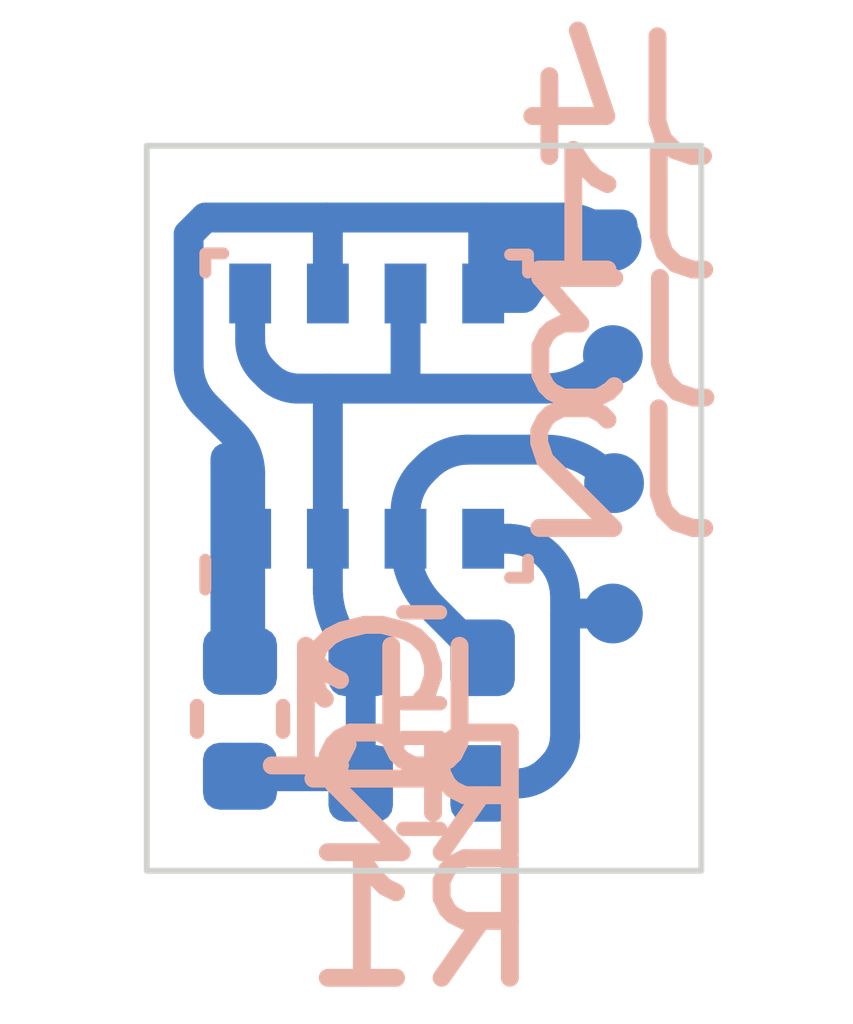
<source format=kicad_pcb>
(kicad_pcb (version 20211014) (generator pcbnew)
  (layers (0 "F.Cu" signal) (31 "B.Cu" signal) (34 "B.Paste" user) (35 "F.Paste" user) (36 "B.SilkS" user "B.Silkscreen") (37 "F.SilkS" user "F.Silkscreen") (38 "B.Mask" user) (39 "F.Mask" user) (44 "Edge.Cuts" user))
  (net 0 "")
  (net 1 "Gnd")
  (net 2 "Vcc")
  (net 3 "SCL")
  (net 4 "SDA")
  (footprint "Capacitor_SMD:C_0402_1005Metric" (layer "B.Cu") (at 34.1 44.4 90)
    (fp_text reference "C1" (at 0 1.16 90) (layer "B.SilkS") (effects (justify mirror)))
    (fp_text value "0.1uF")
    (fp_line (start -0.107836 -0.36) (end 0.107836 -0.36) (layer "B.SilkS") (width 0.12))
    (fp_line (start -0.107836 0.36) (end 0.107836 0.36) (layer "B.SilkS") (width 0.12))
    (pad "1" smd roundrect locked (at -0.48 0 90) (size 0.56 0.62) (layers "B.Cu" "B.Paste" "B.Mask") (net 2 "Vcc"))
    (pad "2" smd roundrect locked (at 0.48 0 90) (size 0.56 0.62) (layers "B.Cu" "B.Paste" "B.Mask") (net 1 "Gnd"))
  )
  (footprint "My-library:ConnMini" (layer "B.Cu") (at 37.22 41.36)
    (fp_text reference "J1" (at 0.05 -1.17) (layer "B.SilkS") (effects (justify mirror)))
    (fp_text value "Conn")
    (pad "1" smd circle locked (at 0 0) (size 0.5 0.5) (layers "B.Cu" "B.Paste" "B.Mask") (net 2 "Vcc"))
  )
  (footprint "My-library:ConnMini" (layer "B.Cu") (at 37.22 43.52)
    (fp_text reference "J2" (at 0.05 -1.17) (layer "B.SilkS") (effects (justify mirror)))
    (fp_text value "Conn")
    (pad "1" smd circle locked (at 0 0) (size 0.5 0.5) (layers "B.Cu" "B.Paste" "B.Mask") (net 3 "SCL"))
  )
  (footprint "My-library:ConnMini" (layer "B.Cu") (at 37.23 42.43)
    (fp_text reference "J3" (at 0.05 -1.17) (layer "B.SilkS") (effects (justify mirror)))
    (fp_text value "Conn")
    (pad "1" smd circle locked (at 0 0) (size 0.5 0.5) (layers "B.Cu" "B.Paste" "B.Mask") (net 4 "SDA"))
  )
  (footprint "My-library:ConnMini" (layer "B.Cu") (at 37.21 40.41)
    (fp_text reference "J4" (at 0.05 -1.17) (layer "B.SilkS") (effects (justify mirror)))
    (fp_text value "Conn")
    (pad "1" smd circle locked (at 0 0) (size 0.5 0.5) (layers "B.Cu" "B.Paste" "B.Mask") (net 1 "Gnd"))
  )
  (footprint "Resistor_SMD:R_0402_1005Metric" (layer "B.Cu") (at 35.62 44.94)
    (fp_text reference "R1" (at 0 1.17) (layer "B.SilkS") (effects (justify mirror)))
    (fp_text value "5.1k")
    (fp_line (start -0.153641 0.38) (end 0.153641 0.38) (layer "B.SilkS") (width 0.12))
    (fp_line (start -0.153641 -0.38) (end 0.153641 -0.38) (layer "B.SilkS") (width 0.12))
    (pad "1" smd roundrect locked (at -0.51 0) (size 0.54 0.64) (layers "B.Cu" "B.Paste" "B.Mask") (net 2 "Vcc"))
    (pad "2" smd roundrect locked (at 0.51 0) (size 0.54 0.64) (layers "B.Cu" "B.Paste" "B.Mask") (net 3 "SCL"))
  )
  (footprint "Resistor_SMD:R_0402_1005Metric" (layer "B.Cu") (at 35.62 43.89)
    (fp_text reference "R2" (at 0 1.17) (layer "B.SilkS") (effects (justify mirror)))
    (fp_text value "5.1k")
    (fp_line (start -0.153641 -0.38) (end 0.153641 -0.38) (layer "B.SilkS") (width 0.12))
    (fp_line (start -0.153641 0.38) (end 0.153641 0.38) (layer "B.SilkS") (width 0.12))
    (pad "1" smd roundrect locked (at -0.51 0) (size 0.54 0.64) (layers "B.Cu" "B.Paste" "B.Mask") (net 2 "Vcc"))
    (pad "2" smd roundrect locked (at 0.51 0) (size 0.54 0.64) (layers "B.Cu" "B.Paste" "B.Mask") (net 4 "SDA"))
  )
  (footprint "Package_LGA:Bosch_LGA-8_2.5x2.5mm_P0.65mm_ClockwisePinNumbering" (layer "B.Cu") (at 35.16 41.87)
    (fp_text reference "U1" (at 0.015 2.465) (layer "B.SilkS") (effects (justify mirror)))
    (fp_text value "BME280")
    (fp_line (start 1.35 -1.35) (end 1.2 -1.35) (layer "B.SilkS") (width 0.1))
    (fp_line (start -1.35 -1.36) (end -1.2 -1.36) (layer "B.SilkS") (width 0.1))
    (fp_line (start 1.2 1.35) (end 1.35 1.35) (layer "B.SilkS") (width 0.1))
    (fp_line (start -1.35 1.2) (end -1.35 1.45) (layer "B.SilkS") (width 0.1))
    (fp_line (start 1.35 1.35) (end 1.35 1.2) (layer "B.SilkS") (width 0.1))
    (fp_line (start -1.35 -1.35) (end -1.35 -1.2) (layer "B.SilkS") (width 0.1))
    (fp_line (start 1.35 -1.35) (end 1.35 -1.2) (layer "B.SilkS") (width 0.1))
    (pad "1" smd rect locked (at -0.975 1.025 270) (size 0.5 0.35) (layers "B.Cu" "B.Paste" "B.Mask") (net 1 "Gnd"))
    (pad "2" smd rect locked (at -0.325 1.025 270) (size 0.5 0.35) (layers "B.Cu" "B.Paste" "B.Mask") (net 2 "Vcc"))
    (pad "3" smd rect locked (at 0.325 1.025 270) (size 0.5 0.35) (layers "B.Cu" "B.Paste" "B.Mask") (net 4 "SDA"))
    (pad "4" smd rect locked (at 0.975 1.025 270) (size 0.5 0.35) (layers "B.Cu" "B.Paste" "B.Mask") (net 3 "SCL"))
    (pad "5" smd rect locked (at 0.975 -1.025 270) (size 0.5 0.35) (layers "B.Cu" "B.Paste" "B.Mask") (net 1 "Gnd"))
    (pad "6" smd rect locked (at 0.325 -1.025 270) (size 0.5 0.35) (layers "B.Cu" "B.Paste" "B.Mask") (net 2 "Vcc"))
    (pad "7" smd rect locked (at -0.325 -1.025 270) (size 0.5 0.35) (layers "B.Cu" "B.Paste" "B.Mask") (net 1 "Gnd"))
    (pad "8" smd rect locked (at -0.975 -1.025 270) (size 0.5 0.35) (layers "B.Cu" "B.Paste" "B.Mask") (net 2 "Vcc"))
  )
  (gr_line (start 33.32 39.61) (end 37.96 39.61) (layer "Edge.Cuts") (width 0.05))
  (gr_line (start 33.32 45.67) (end 33.32 39.61) (layer "Edge.Cuts") (width 0.05))
  (gr_line (start 37.96 45.67) (end 33.32 45.67) (layer "Edge.Cuts") (width 0.05))
  (gr_line (start 37.96 39.61) (end 37.96 45.67) (layer "Edge.Cuts") (width 0.05))
  (segment (start 36.833691 40.210581) (end 36.81 40.21) (width 0.25) (layer "B.Cu") (net 1))
  (segment (start 33.679287 41.534207) (end 33.68448 41.557331) (width 0.25) (layer "B.Cu") (net 1))
  (segment (start 34.075399 42.048687) (end 34.059919 42.030741) (width 0.25) (layer "B.Cu") (net 1))
  (segment (start 37.151421 40.351421) (end 37.134257 40.335079) (width 0.25) (layer "B.Cu") (net 1))
  (segment (start 36.13 40.21) (end 34.83 40.21) (width 0.25) (layer "B.Cu") (net 1))
  (segment (start 34.185 42.355) (end 34.184418 42.331307) (width 0.25) (layer "B.Cu") (net 1))
  (segment (start 33.67001 41.44001) (end 33.67001 40.349988) (width 0.25) (layer "B.Cu") (net 1))
  (segment (start 34.043578 42.013578) (end 33.811431 41.781431) (width 0.25) (layer "B.Cu") (net 1))
  (segment (start 34.185 43.835) (end 34.1 43.92) (width 0.25) (layer "B.Cu") (net 1))
  (segment (start 33.795089 41.764266) (end 33.811431 41.781431) (width 0.25) (layer "B.Cu") (net 1))
  (segment (start 33.672335 41.487336) (end 33.675236 41.510857) (width 0.25) (layer "B.Cu") (net 1))
  (segment (start 34.127986 42.127388) (end 34.116305 42.106768) (width 0.25) (layer "B.Cu") (net 1))
  (segment (start 33.77961 41.746321) (end 33.795089 41.764266) (width 0.25) (layer "B.Cu") (net 1))
  (segment (start 33.727023 41.66762) (end 33.738704 41.68824) (width 0.25) (layer "B.Cu") (net 1))
  (segment (start 34.059919 42.030741) (end 34.043578 42.013578) (width 0.25) (layer "B.Cu") (net 1))
  (segment (start 34.179773 42.284152) (end 34.175722 42.260801) (width 0.25) (layer "B.Cu") (net 1))
  (segment (start 37.03761 40.267013) (end 37.016441 40.256357) (width 0.25) (layer "B.Cu") (net 1))
  (segment (start 33.751383 41.708262) (end 33.765029 41.727638) (width 0.25) (layer "B.Cu") (net 1))
  (segment (start 34.184418 42.331307) (end 34.182674 42.307673) (width 0.25) (layer "B.Cu") (net 1))
  (segment (start 33.809998 40.21) (end 33.67001 40.349988) (width 0.25) (layer "B.Cu") (net 1))
  (segment (start 33.690801 41.580171) (end 33.698234 41.602674) (width 0.25) (layer "B.Cu") (net 1))
  (segment (start 33.716368 41.646451) (end 33.727023 41.66762) (width 0.25) (layer "B.Cu") (net 1))
  (segment (start 33.670591 41.463701) (end 33.672335 41.487336) (width 0.25) (layer "B.Cu") (net 1))
  (segment (start 36.994775 40.246753) (end 36.972664 40.238224) (width 0.25) (layer "B.Cu") (net 1))
  (segment (start 34.116305 42.106768) (end 34.103626 42.086746) (width 0.25) (layer "B.Cu") (net 1))
  (segment (start 36.904197 40.219277) (end 36.880847 40.215225) (width 0.25) (layer "B.Cu") (net 1))
  (segment (start 37.116311 40.319599) (end 37.097628 40.305019) (width 0.25) (layer "B.Cu") (net 1))
  (segment (start 36.857326 40.212324) (end 36.833691 40.210581) (width 0.25) (layer "B.Cu") (net 1))
  (segment (start 34.185 42.355) (end 34.185 42.895) (width 0.25) (layer "B.Cu") (net 1))
  (segment (start 34.185 42.895) (end 34.185 43.835) (width 0.25) (layer "B.Cu") (net 1))
  (segment (start 34.175722 42.260801) (end 34.170529 42.237678) (width 0.25) (layer "B.Cu") (net 1))
  (segment (start 36.927321 40.224469) (end 36.904197 40.219277) (width 0.25) (layer "B.Cu") (net 1))
  (segment (start 34.182674 42.307673) (end 34.179773 42.284152) (width 0.25) (layer "B.Cu") (net 1))
  (segment (start 34.148245 42.170223) (end 34.138641 42.148557) (width 0.25) (layer "B.Cu") (net 1))
  (segment (start 33.765029 41.727638) (end 33.77961 41.746321) (width 0.25) (layer "B.Cu") (net 1))
  (segment (start 33.68448 41.557331) (end 33.690801 41.580171) (width 0.25) (layer "B.Cu") (net 1))
  (segment (start 36.135 40.215) (end 36.13 40.21) (width 0.25) (layer "B.Cu") (net 1))
  (segment (start 33.67001 41.44001) (end 33.670591 41.463701) (width 0.25) (layer "B.Cu") (net 1))
  (segment (start 34.164208 42.214837) (end 34.156774 42.192334) (width 0.25) (layer "B.Cu") (net 1))
  (segment (start 36.880847 40.215225) (end 36.857326 40.212324) (width 0.25) (layer "B.Cu") (net 1))
  (segment (start 33.675236 41.510857) (end 33.679287 41.534207) (width 0.25) (layer "B.Cu") (net 1))
  (segment (start 36.972664 40.238224) (end 36.950161 40.23079) (width 0.25) (layer "B.Cu") (net 1))
  (segment (start 37.097628 40.305019) (end 37.078252 40.291373) (width 0.25) (layer "B.Cu") (net 1))
  (segment (start 33.738704 41.68824) (end 33.751383 41.708262) (width 0.25) (layer "B.Cu") (net 1))
  (segment (start 36.81 40.21) (end 36.13 40.21) (width 0.25) (layer "B.Cu") (net 1))
  (segment (start 34.103626 42.086746) (end 34.089979 42.06737) (width 0.25) (layer "B.Cu") (net 1))
  (segment (start 37.078252 40.291373) (end 37.05823 40.278694) (width 0.25) (layer "B.Cu") (net 1))
  (segment (start 37.151421 40.351421) (end 37.21 40.41) (width 0.25) (layer "B.Cu") (net 1))
  (segment (start 34.170529 42.237678) (end 34.164208 42.214837) (width 0.25) (layer "B.Cu") (net 1))
  (segment (start 33.698234 41.602674) (end 33.706764 41.624785) (width 0.25) (layer "B.Cu") (net 1))
  (segment (start 34.138641 42.148557) (end 34.127986 42.127388) (width 0.25) (layer "B.Cu") (net 1))
  (segment (start 37.134257 40.335079) (end 37.116311 40.319599) (width 0.25) (layer "B.Cu") (net 1))
  (segment (start 36.135 40.845) (end 36.135 40.215) (width 0.25) (layer "B.Cu") (net 1))
  (segment (start 34.089979 42.06737) (end 34.075399 42.048687) (width 0.25) (layer "B.Cu") (net 1))
  (segment (start 37.016441 40.256357) (end 36.994775 40.246753) (width 0.25) (layer "B.Cu") (net 1))
  (segment (start 37.05823 40.278694) (end 37.03761 40.267013) (width 0.25) (layer "B.Cu") (net 1))
  (segment (start 34.83 40.21) (end 33.809998 40.21) (width 0.25) (layer "B.Cu") (net 1))
  (segment (start 33.706764 41.624785) (end 33.716368 41.646451) (width 0.25) (layer "B.Cu") (net 1))
  (segment (start 34.156774 42.192334) (end 34.148245 42.170223) (width 0.25) (layer "B.Cu") (net 1))
  (segment (start 36.950161 40.23079) (end 36.927321 40.224469) (width 0.25) (layer "B.Cu") (net 1))
  (segment (start 34.835 40.215) (end 34.83 40.21) (width 0.25) (layer "B.Cu") (net 1))
  (segment (start 34.835 40.845) (end 34.835 40.215) (width 0.25) (layer "B.Cu") (net 1))
  (segment (start 34.195852 41.32299) (end 34.191958 41.305648) (width 0.25) (layer "B.Cu") (net 2))
  (segment (start 34.451417 41.612434) (end 34.435167 41.605231) (width 0.25) (layer "B.Cu") (net 2))
  (segment (start 34.1 44.88) (end 35.05 44.88) (width 0.25) (layer "B.Cu") (net 2))
  (segment (start 34.291066 41.491066) (end 34.278809 41.478192) (width 0.25) (layer "B.Cu") (net 2))
  (segment (start 34.835 41.645) (end 34.84 41.64) (width 0.25) (layer "B.Cu") (net 2))
  (segment (start 34.554504 41.638256) (end 34.536863 41.63608) (width 0.25) (layer "B.Cu") (net 2))
  (segment (start 34.84 41.64) (end 35.46 41.64) (width 0.25) (layer "B.Cu") (net 2))
  (segment (start 34.9994 43.774468) (end 34.977529 43.746443) (width 0.25) (layer "B.Cu") (net 2))
  (segment (start 34.200593 41.340121) (end 34.195852 41.32299) (width 0.25) (layer "B.Cu") (net 2))
  (segment (start 36.981415 41.554478) (end 36.949662 41.570462) (width 0.25) (layer "B.Cu") (net 2))
  (segment (start 35.05 44.88) (end 35.11 44.94) (width 0.25) (layer "B.Cu") (net 2))
  (segment (start 34.866186 43.525242) (end 34.856705 43.490981) (width 0.25) (layer "B.Cu") (net 2))
  (segment (start 34.186743 41.270495) (end 34.185436 41.252768) (width 0.25) (layer "B.Cu") (net 2))
  (segment (start 35.022619 43.801385) (end 34.9994 43.774468) (width 0.25) (layer "B.Cu") (net 2))
  (segment (start 36.781296 41.626082) (end 36.746271 41.63216) (width 0.25) (layer "B.Cu") (net 2))
  (segment (start 34.191958 41.305648) (end 34.188919 41.288135) (width 0.25) (layer "B.Cu") (net 2))
  (segment (start 36.64 41.64) (end 35.46 41.64) (width 0.25) (layer "B.Cu") (net 2))
  (segment (start 34.219768 41.389831) (end 34.212565 41.373581) (width 0.25) (layer "B.Cu") (net 2))
  (segment (start 36.71099 41.636511) (end 36.675537 41.639126) (width 0.25) (layer "B.Cu") (net 2))
  (segment (start 35.047132 43.827132) (end 35.11 43.89) (width 0.25) (layer "B.Cu") (net 2))
  (segment (start 37.042379 41.517938) (end 37.012346 41.536957) (width 0.25) (layer "B.Cu") (net 2))
  (segment (start 34.59 41.64) (end 34.84 41.64) (width 0.25) (layer "B.Cu") (net 2))
  (segment (start 35.485 40.845) (end 35.485 41.615) (width 0.25) (layer "B.Cu") (net 2))
  (segment (start 34.890131 43.592163) (end 34.877337 43.558997) (width 0.25) (layer "B.Cu") (net 2))
  (segment (start 34.468 41.618831) (end 34.451417 41.612434) (width 0.25) (layer "B.Cu") (net 2))
  (segment (start 34.856705 43.490981) (end 34.848916 43.456296) (width 0.25) (layer "B.Cu") (net 2))
  (segment (start 34.938042 43.687346) (end 34.92052 43.656415) (width 0.25) (layer "B.Cu") (net 2))
  (segment (start 34.333933 41.533933) (end 34.291066 41.491066) (width 0.25) (layer "B.Cu") (net 2))
  (segment (start 34.848916 43.456296) (end 34.842839 43.421271) (width 0.25) (layer "B.Cu") (net 2))
  (segment (start 36.746271 41.63216) (end 36.71099 41.636511) (width 0.25) (layer "B.Cu") (net 2))
  (segment (start 34.835 43.315) (end 34.835 42.895) (width 0.25) (layer "B.Cu") (net 2))
  (segment (start 37.152132 41.427867) (end 37.126385 41.452379) (width 0.25) (layer "B.Cu") (net 2))
  (segment (start 37.099468 41.475598) (end 37.071443 41.497469) (width 0.25) (layer "B.Cu") (net 2))
  (segment (start 34.877337 43.558997) (end 34.866186 43.525242) (width 0.25) (layer "B.Cu") (net 2))
  (segment (start 37.071443 41.497469) (end 37.042379 41.517938) (width 0.25) (layer "B.Cu") (net 2))
  (segment (start 34.256264 41.450721) (end 34.24603 41.436189) (width 0.25) (layer "B.Cu") (net 2))
  (segment (start 34.403825 41.588478) (end 34.388809 41.578969) (width 0.25) (layer "B.Cu") (net 2))
  (segment (start 36.883997 41.597661) (end 36.850242 41.608812) (width 0.25) (layer "B.Cu") (net 2))
  (segment (start 34.24603 41.436189) (end 34.236521 41.421173) (width 0.25) (layer "B.Cu") (net 2))
  (segment (start 37.126385 41.452379) (end 37.099468 41.475598) (width 0.25) (layer "B.Cu") (net 2))
  (segment (start 34.519351 41.633041) (end 34.502008 41.629147) (width 0.25) (layer "B.Cu") (net 2))
  (segment (start 34.374277 41.568734) (end 34.360264 41.557799) (width 0.25) (layer "B.Cu") (net 2))
  (segment (start 34.435167 41.605231) (end 34.419291 41.597239) (width 0.25) (layer "B.Cu") (net 2))
  (segment (start 34.536863 41.63608) (end 34.519351 41.633041) (width 0.25) (layer "B.Cu") (net 2))
  (segment (start 34.838487 43.38599) (end 34.835872 43.350537) (width 0.25) (layer "B.Cu") (net 2))
  (segment (start 34.904537 43.624662) (end 34.890131 43.592163) (width 0.25) (layer "B.Cu") (net 2))
  (segment (start 34.2672 41.464734) (end 34.256264 41.450721) (width 0.25) (layer "B.Cu") (net 2))
  (segment (start 34.842839 43.421271) (end 34.838487 43.38599) (width 0.25) (layer "B.Cu") (net 2))
  (segment (start 34.419291 41.597239) (end 34.403825 41.588478) (width 0.25) (layer "B.Cu") (net 2))
  (segment (start 37.012346 41.536957) (end 36.981415 41.554478) (width 0.25) (layer "B.Cu") (net 2))
  (segment (start 34.835 42.895) (end 34.835 41.645) (width 0.25) (layer "B.Cu") (net 2))
  (segment (start 34.22776 41.405707) (end 34.219768 41.389831) (width 0.25) (layer "B.Cu") (net 2))
  (segment (start 34.185 41.235) (end 34.185 40.845) (width 0.25) (layer "B.Cu") (net 2))
  (segment (start 34.206168 41.356998) (end 34.200593 41.340121) (width 0.25) (layer "B.Cu") (net 2))
  (segment (start 34.57223 41.639563) (end 34.554504 41.638256) (width 0.25) (layer "B.Cu") (net 2))
  (segment (start 34.977529 43.746443) (end 34.95706 43.717379) (width 0.25) (layer "B.Cu") (net 2))
  (segment (start 34.388809 41.578969) (end 34.374277 41.568734) (width 0.25) (layer "B.Cu") (net 2))
  (segment (start 36.917163 41.584867) (end 36.883997 41.597661) (width 0.25) (layer "B.Cu") (net 2))
  (segment (start 34.188919 41.288135) (end 34.186743 41.270495) (width 0.25) (layer "B.Cu") (net 2))
  (segment (start 34.278809 41.478192) (end 34.2672 41.464734) (width 0.25) (layer "B.Cu") (net 2))
  (segment (start 34.59 41.64) (end 34.57223 41.639563) (width 0.25) (layer "B.Cu") (net 2))
  (segment (start 34.92052 43.656415) (end 34.904537 43.624662) (width 0.25) (layer "B.Cu") (net 2))
  (segment (start 36.675537 41.639126) (end 36.64 41.64) (width 0.25) (layer "B.Cu") (net 2))
  (segment (start 34.212565 41.373581) (end 34.206168 41.356998) (width 0.25) (layer "B.Cu") (net 2))
  (segment (start 34.502008 41.629147) (end 34.484878 41.624406) (width 0.25) (layer "B.Cu") (net 2))
  (segment (start 36.949662 41.570462) (end 36.917163 41.584867) (width 0.25) (layer "B.Cu") (net 2))
  (segment (start 36.815981 41.618293) (end 36.781296 41.626082) (width 0.25) (layer "B.Cu") (net 2))
  (segment (start 34.185436 41.252768) (end 34.185 41.235) (width 0.25) (layer "B.Cu") (net 2))
  (segment (start 34.346805 41.546189) (end 34.333933 41.533933) (width 0.25) (layer "B.Cu") (net 2))
  (segment (start 34.236521 41.421173) (end 34.22776 41.405707) (width 0.25) (layer "B.Cu") (net 2))
  (segment (start 34.95706 43.717379) (end 34.938042 43.687346) (width 0.25) (layer "B.Cu") (net 2))
  (segment (start 36.850242 41.608812) (end 36.815981 41.618293) (width 0.25) (layer "B.Cu") (net 2))
  (segment (start 34.360264 41.557799) (end 34.346805 41.546189) (width 0.25) (layer "B.Cu") (net 2))
  (segment (start 34.835872 43.350537) (end 34.835 43.315) (width 0.25) (layer "B.Cu") (net 2))
  (segment (start 37.152132 41.427867) (end 37.22 41.36) (width 0.25) (layer "B.Cu") (net 2))
  (segment (start 35.047132 43.827132) (end 35.022619 43.801385) (width 0.25) (layer "B.Cu") (net 2))
  (segment (start 35.485 41.615) (end 35.46 41.64) (width 0.25) (layer "B.Cu") (net 2))
  (segment (start 35.11 43.89) (end 35.11 44.94) (width 0.25) (layer "B.Cu") (net 2))
  (segment (start 34.484878 41.624406) (end 34.468 41.618831) (width 0.25) (layer "B.Cu") (net 2))
  (segment (start 36.659256 43.020079) (end 36.676421 43.036421) (width 0.25) (layer "B.Cu") (net 3))
  (segment (start 36.490648 44.93304) (end 36.50799 44.929146) (width 0.25) (layer "B.Cu") (net 3))
  (segment (start 36.724979 43.09237) (end 36.710399 43.073687) (width 0.25) (layer "B.Cu") (net 3))
  (segment (start 36.813041 44.610648) (end 36.809146 44.62799) (width 0.25) (layer "B.Cu") (net 3))
  (segment (start 36.52512 44.924405) (end 36.541998 44.91883) (width 0.25) (layer "B.Cu") (net 3))
  (segment (start 36.405847 42.900226) (end 36.429197 42.904277) (width 0.25) (layer "B.Cu") (net 3))
  (segment (start 36.590707 44.897238) (end 36.606172 44.888477) (width 0.25) (layer "B.Cu") (net 3))
  (segment (start 36.805529 43.262678) (end 36.799208 43.239837) (width 0.25) (layer "B.Cu") (net 3))
  (segment (start 36.335 42.895) (end 36.358691 42.895581) (width 0.25) (layer "B.Cu") (net 3))
  (segment (start 36.738626 43.111746) (end 36.724979 43.09237) (width 0.25) (layer "B.Cu") (net 3))
  (segment (start 36.78523 44.694831) (end 36.777239 44.710707) (width 0.25) (layer "B.Cu") (net 3))
  (segment (start 36.809146 44.62799) (end 36.804406 44.645121) (width 0.25) (layer "B.Cu") (net 3))
  (segment (start 36.558581 44.912433) (end 36.57483 44.90523) (width 0.25) (layer "B.Cu") (net 3))
  (segment (start 36.818255 44.575495) (end 36.81608 44.593135) (width 0.25) (layer "B.Cu") (net 3))
  (segment (start 36.56261 42.952013) (end 36.58323 42.963694) (width 0.25) (layer "B.Cu") (net 3))
  (segment (start 36.519775 42.931754) (end 36.541441 42.941358) (width 0.25) (layer "B.Cu") (net 3))
  (segment (start 36.437768 44.939562) (end 36.455495 44.938255) (width 0.25) (layer "B.Cu") (net 3))
  (segment (start 36.678578 43.038578) (end 36.676421 43.036421) (width 0.25) (layer "B.Cu") (net 3))
  (segment (start 36.737798 44.769734) (end 36.726189 44.783193) (width 0.25) (layer "B.Cu") (net 3))
  (segment (start 36.726189 44.783193) (end 36.713933 44.796066) (width 0.25) (layer "B.Cu") (net 3))
  (segment (start 36.57483 44.90523) (end 36.590707 44.897238) (width 0.25) (layer "B.Cu") (net 3))
  (segment (start 36.452321 42.90947) (end 36.475161 42.915791) (width 0.25) (layer "B.Cu") (net 3))
  (segment (start 36.335 42.895) (end 36.135 42.895) (width 0.25) (layer "B.Cu") (net 3))
  (segment (start 36.429197 42.904277) (end 36.452321 42.90947) (width 0.25) (layer "B.Cu") (net 3))
  (segment (start 36.758968 44.741189) (end 36.748734 44.755721) (width 0.25) (layer "B.Cu") (net 3))
  (segment (start 36.497664 42.923224) (end 36.519775 42.931754) (width 0.25) (layer "B.Cu") (net 3))
  (segment (start 36.541998 44.91883) (end 36.558581 44.912433) (width 0.25) (layer "B.Cu") (net 3))
  (segment (start 36.455495 44.938255) (end 36.473135 44.936079) (width 0.25) (layer "B.Cu") (net 3))
  (segment (start 36.649732 44.857798) (end 36.663191 44.846188) (width 0.25) (layer "B.Cu") (net 3))
  (segment (start 36.641311 43.0046) (end 36.659256 43.020079) (width 0.25) (layer "B.Cu") (net 3))
  (segment (start 36.783245 43.195223) (end 36.773641 43.173557) (width 0.25) (layer "B.Cu") (net 3))
  (segment (start 36.819418 43.356307) (end 36.817674 43.332673) (width 0.25) (layer "B.Cu") (net 3))
  (segment (start 36.710399 43.073687) (end 36.694919 43.055741) (width 0.25) (layer "B.Cu") (net 3))
  (segment (start 36.475161 42.915791) (end 36.497664 42.923224) (width 0.25) (layer "B.Cu") (net 3))
  (segment (start 36.663191 44.846188) (end 36.676065 44.833933) (width 0.25) (layer "B.Cu") (net 3))
  (segment (start 37.22 43.52) (end 36.83 43.52) (width 0.25) (layer "B.Cu") (net 3))
  (segment (start 36.804406 44.645121) (end 36.79883 44.661998) (width 0.25) (layer "B.Cu") (net 3))
  (segment (start 36.82 43.38) (end 36.82 43.53) (width 0.25) (layer "B.Cu") (net 3))
  (segment (start 36.792433 44.678582) (end 36.78523 44.694831) (width 0.25) (layer "B.Cu") (net 3))
  (segment (start 36.814773 43.309152) (end 36.810722 43.285801) (width 0.25) (layer "B.Cu") (net 3))
  (segment (start 36.50799 44.929146) (end 36.52512 44.924405) (width 0.25) (layer "B.Cu") (net 3))
  (segment (start 36.42 44.94) (end 36.13 44.94) (width 0.25) (layer "B.Cu") (net 3))
  (segment (start 36.63572 44.868733) (end 36.649732 44.857798) (width 0.25) (layer "B.Cu") (net 3))
  (segment (start 36.694919 43.055741) (end 36.678578 43.038578) (width 0.25) (layer "B.Cu") (net 3))
  (segment (start 36.382326 42.897325) (end 36.405847 42.900226) (width 0.25) (layer "B.Cu") (net 3))
  (segment (start 36.777239 44.710707) (end 36.768478 44.726173) (width 0.25) (layer "B.Cu") (net 3))
  (segment (start 36.42 44.94) (end 36.437768 44.939562) (width 0.25) (layer "B.Cu") (net 3))
  (segment (start 36.819563 44.557768) (end 36.818255 44.575495) (width 0.25) (layer "B.Cu") (net 3))
  (segment (start 36.82 44.54) (end 36.82 43.53) (width 0.25) (layer "B.Cu") (net 3))
  (segment (start 36.799208 43.239837) (end 36.791774 43.217334) (width 0.25) (layer "B.Cu") (net 3))
  (segment (start 36.541441 42.941358) (end 36.56261 42.952013) (width 0.25) (layer "B.Cu") (net 3))
  (segment (start 36.817674 43.332673) (end 36.814773 43.309152) (width 0.25) (layer "B.Cu") (net 3))
  (segment (start 36.603252 42.976373) (end 36.622628 42.990019) (width 0.25) (layer "B.Cu") (net 3))
  (segment (start 36.621188 44.878968) (end 36.63572 44.868733) (width 0.25) (layer "B.Cu") (net 3))
  (segment (start 36.81608 44.593135) (end 36.813041 44.610648) (width 0.25) (layer "B.Cu") (net 3))
  (segment (start 36.791774 43.217334) (end 36.783245 43.195223) (width 0.25) (layer "B.Cu") (net 3))
  (segment (start 36.473135 44.936079) (end 36.490648 44.93304) (width 0.25) (layer "B.Cu") (net 3))
  (segment (start 36.768478 44.726173) (end 36.758968 44.741189) (width 0.25) (layer "B.Cu") (net 3))
  (segment (start 36.58323 42.963694) (end 36.603252 42.976373) (width 0.25) (layer "B.Cu") (net 3))
  (segment (start 36.82 44.54) (end 36.819563 44.557768) (width 0.25) (layer "B.Cu") (net 3))
  (segment (start 36.82 43.38) (end 36.819418 43.356307) (width 0.25) (layer "B.Cu") (net 3))
  (segment (start 36.748734 44.755721) (end 36.737798 44.769734) (width 0.25) (layer "B.Cu") (net 3))
  (segment (start 36.606172 44.888477) (end 36.621188 44.878968) (width 0.25) (layer "B.Cu") (net 3))
  (segment (start 36.810722 43.285801) (end 36.805529 43.262678) (width 0.25) (layer "B.Cu") (net 3))
  (segment (start 36.358691 42.895581) (end 36.382326 42.897325) (width 0.25) (layer "B.Cu") (net 3))
  (segment (start 36.83 43.52) (end 36.82 43.53) (width 0.25) (layer "B.Cu") (net 3))
  (segment (start 36.676065 44.833933) (end 36.713933 44.796066) (width 0.25) (layer "B.Cu") (net 3))
  (segment (start 36.622628 42.990019) (end 36.641311 43.0046) (width 0.25) (layer "B.Cu") (net 3))
  (segment (start 36.773641 43.173557) (end 36.762986 43.152388) (width 0.25) (layer "B.Cu") (net 3))
  (segment (start 36.762986 43.152388) (end 36.751305 43.131768) (width 0.25) (layer "B.Cu") (net 3))
  (segment (start 36.751305 43.131768) (end 36.738626 43.111746) (width 0.25) (layer "B.Cu") (net 3))
  (segment (start 36.79883 44.661998) (end 36.792433 44.678582) (width 0.25) (layer "B.Cu") (net 3))
  (segment (start 35.531357 42.468557) (end 35.542012 42.447389) (width 0.25) (layer "B.Cu") (net 4))
  (segment (start 35.697132 43.457132) (end 35.672619 43.431385) (width 0.25) (layer "B.Cu") (net 4))
  (segment (start 35.521753 42.490223) (end 35.531357 42.468557) (width 0.25) (layer "B.Cu") (net 4))
  (segment (start 35.6494 43.404468) (end 35.627529 43.376443) (width 0.25) (layer "B.Cu") (net 4))
  (segment (start 35.962673 42.152324) (end 35.939152 42.155225) (width 0.25) (layer "B.Cu") (net 4))
  (segment (start 35.540131 43.222163) (end 35.527337 43.188997) (width 0.25) (layer "B.Cu") (net 4))
  (segment (start 35.627529 43.376443) (end 35.60706 43.347379) (width 0.25) (layer "B.Cu") (net 4))
  (segment (start 36.893997 42.192337) (end 36.860242 42.181186) (width 0.25) (layer "B.Cu") (net 4))
  (segment (start 35.60706 43.347379) (end 35.588042 43.317346) (width 0.25) (layer "B.Cu") (net 4))
  (segment (start 35.72237 42.245018) (end 35.703687 42.259598) (width 0.25) (layer "B.Cu") (net 4))
  (segment (start 36.927163 42.205131) (end 36.893997 42.192337) (width 0.25) (layer "B.Cu") (net 4))
  (segment (start 35.554537 43.254662) (end 35.540131 43.222163) (width 0.25) (layer "B.Cu") (net 4))
  (segment (start 35.803557 42.196356) (end 35.782389 42.207012) (width 0.25) (layer "B.Cu") (net 4))
  (segment (start 36.685537 42.150872) (end 36.65 42.15) (width 0.25) (layer "B.Cu") (net 4))
  (segment (start 36.860242 42.181186) (end 36.825981 42.171705) (width 0.25) (layer "B.Cu") (net 4))
  (segment (start 35.542012 42.447389) (end 35.553694 42.426768) (width 0.25) (layer "B.Cu") (net 4))
  (segment (start 35.566373 42.406746) (end 35.580019 42.38737) (width 0.25) (layer "B.Cu") (net 4))
  (segment (start 35.485581 42.651307) (end 35.487324 42.627673) (width 0.25) (layer "B.Cu") (net 4))
  (segment (start 35.741746 42.231372) (end 35.72237 42.245018) (width 0.25) (layer "B.Cu") (net 4))
  (segment (start 36.01 42.15) (end 35.986308 42.15058) (width 0.25) (layer "B.Cu") (net 4))
  (segment (start 36.65 42.15) (end 36.01 42.15) (width 0.25) (layer "B.Cu") (net 4))
  (segment (start 35.488487 43.01599) (end 35.485872 42.980537) (width 0.25) (layer "B.Cu") (net 4))
  (segment (start 35.57052 43.286415) (end 35.554537 43.254662) (width 0.25) (layer "B.Cu") (net 4))
  (segment (start 35.610079 42.350741) (end 35.626421 42.333578) (width 0.25) (layer "B.Cu") (net 4))
  (segment (start 37.109468 42.3144) (end 37.081443 42.292529) (width 0.25) (layer "B.Cu") (net 4))
  (segment (start 36.756271 42.157839) (end 36.72099 42.153487) (width 0.25) (layer "B.Cu") (net 4))
  (segment (start 35.825223 42.186753) (end 35.803557 42.196356) (width 0.25) (layer "B.Cu") (net 4))
  (segment (start 35.516186 43.155242) (end 35.506705 43.120981) (width 0.25) (layer "B.Cu") (net 4))
  (segment (start 35.527337 43.188997) (end 35.516186 43.155242) (width 0.25) (layer "B.Cu") (net 4))
  (segment (start 35.498916 43.086296) (end 35.492839 43.051271) (width 0.25) (layer "B.Cu") (net 4))
  (segment (start 35.50579 42.534837) (end 35.513224 42.512334) (width 0.25) (layer "B.Cu") (net 4))
  (segment (start 36.959662 42.219537) (end 36.927163 42.205131) (width 0.25) (layer "B.Cu") (net 4))
  (segment (start 35.594599 42.368687) (end 35.610079 42.350741) (width 0.25) (layer "B.Cu") (net 4))
  (segment (start 37.052379 42.27206) (end 37.022346 42.253042) (width 0.25) (layer "B.Cu") (net 4))
  (segment (start 35.869837 42.17079) (end 35.847334 42.178224) (width 0.25) (layer "B.Cu") (net 4))
  (segment (start 35.782389 42.207012) (end 35.761768 42.218693) (width 0.25) (layer "B.Cu") (net 4))
  (segment (start 37.162132 42.362132) (end 37.136385 42.337619) (width 0.25) (layer "B.Cu") (net 4))
  (segment (start 37.162132 42.362132) (end 37.23 42.43) (width 0.25) (layer "B.Cu") (net 4))
  (segment (start 35.847334 42.178224) (end 35.825223 42.186753) (width 0.25) (layer "B.Cu") (net 4))
  (segment (start 36.791296 42.163916) (end 36.756271 42.157839) (width 0.25) (layer "B.Cu") (net 4))
  (segment (start 35.915801 42.159276) (end 35.892678 42.164469) (width 0.25) (layer "B.Cu") (net 4))
  (segment (start 35.490225 42.604152) (end 35.494277 42.580801) (width 0.25) (layer "B.Cu") (net 4))
  (segment (start 35.588042 43.317346) (end 35.57052 43.286415) (width 0.25) (layer "B.Cu") (net 4))
  (segment (start 36.72099 42.153487) (end 36.685537 42.150872) (width 0.25) (layer "B.Cu") (net 4))
  (segment (start 35.672619 43.431385) (end 35.6494 43.404468) (width 0.25) (layer "B.Cu") (net 4))
  (segment (start 36.825981 42.171705) (end 36.791296 42.163916) (width 0.25) (layer "B.Cu") (net 4))
  (segment (start 35.697132 43.457132) (end 36.13 43.89) (width 0.25) (layer "B.Cu") (net 4))
  (segment (start 35.553694 42.426768) (end 35.566373 42.406746) (width 0.25) (layer "B.Cu") (net 4))
  (segment (start 35.703687 42.259598) (end 35.685741 42.275078) (width 0.25) (layer "B.Cu") (net 4))
  (segment (start 35.685741 42.275078) (end 35.668578 42.29142) (width 0.25) (layer "B.Cu") (net 4))
  (segment (start 37.022346 42.253042) (end 36.991415 42.23552) (width 0.25) (layer "B.Cu") (net 4))
  (segment (start 35.485 42.675) (end 35.485 42.895) (width 0.25) (layer "B.Cu") (net 4))
  (segment (start 35.487324 42.627673) (end 35.490225 42.604152) (width 0.25) (layer "B.Cu") (net 4))
  (segment (start 35.485 42.945) (end 35.485 42.895) (width 0.25) (layer "B.Cu") (net 4))
  (segment (start 35.492839 43.051271) (end 35.488487 43.01599) (width 0.25) (layer "B.Cu") (net 4))
  (segment (start 35.485 42.675) (end 35.485581 42.651307) (width 0.25) (layer "B.Cu") (net 4))
  (segment (start 35.506705 43.120981) (end 35.498916 43.086296) (width 0.25) (layer "B.Cu") (net 4))
  (segment (start 35.668578 42.29142) (end 35.626421 42.333578) (width 0.25) (layer "B.Cu") (net 4))
  (segment (start 35.513224 42.512334) (end 35.521753 42.490223) (width 0.25) (layer "B.Cu") (net 4))
  (segment (start 35.892678 42.164469) (end 35.869837 42.17079) (width 0.25) (layer "B.Cu") (net 4))
  (segment (start 35.494277 42.580801) (end 35.499469 42.557678) (width 0.25) (layer "B.Cu") (net 4))
  (segment (start 36.991415 42.23552) (end 36.959662 42.219537) (width 0.25) (layer "B.Cu") (net 4))
  (segment (start 35.761768 42.218693) (end 35.741746 42.231372) (width 0.25) (layer "B.Cu") (net 4))
  (segment (start 37.136385 42.337619) (end 37.109468 42.3144) (width 0.25) (layer "B.Cu") (net 4))
  (segment (start 35.485872 42.980537) (end 35.485 42.945) (width 0.25) (layer "B.Cu") (net 4))
  (segment (start 35.986308 42.15058) (end 35.962673 42.152324) (width 0.25) (layer "B.Cu") (net 4))
  (segment (start 35.580019 42.38737) (end 35.594599 42.368687) (width 0.25) (layer "B.Cu") (net 4))
  (segment (start 35.939152 42.155225) (end 35.915801 42.159276) (width 0.25) (layer "B.Cu") (net 4))
  (segment (start 35.499469 42.557678) (end 35.50579 42.534837) (width 0.25) (layer "B.Cu") (net 4))
  (segment (start 37.081443 42.292529) (end 37.052379 42.27206) (width 0.25) (layer "B.Cu") (net 4))
  (zone (net 1) (net_name "Gnd") (layer "B.Cu") (connect_pads yes (clearance 0.508)) (min_thickness 0.254) (fill yes (thermal_gap 0.508) (thermal_bridge_width 0.508))
    (polygon (pts (xy 38.07 45.77) (xy 33.23 45.8075) (xy 33.23 39.5725) (xy 38.07 39.535)))
  )
)
</source>
